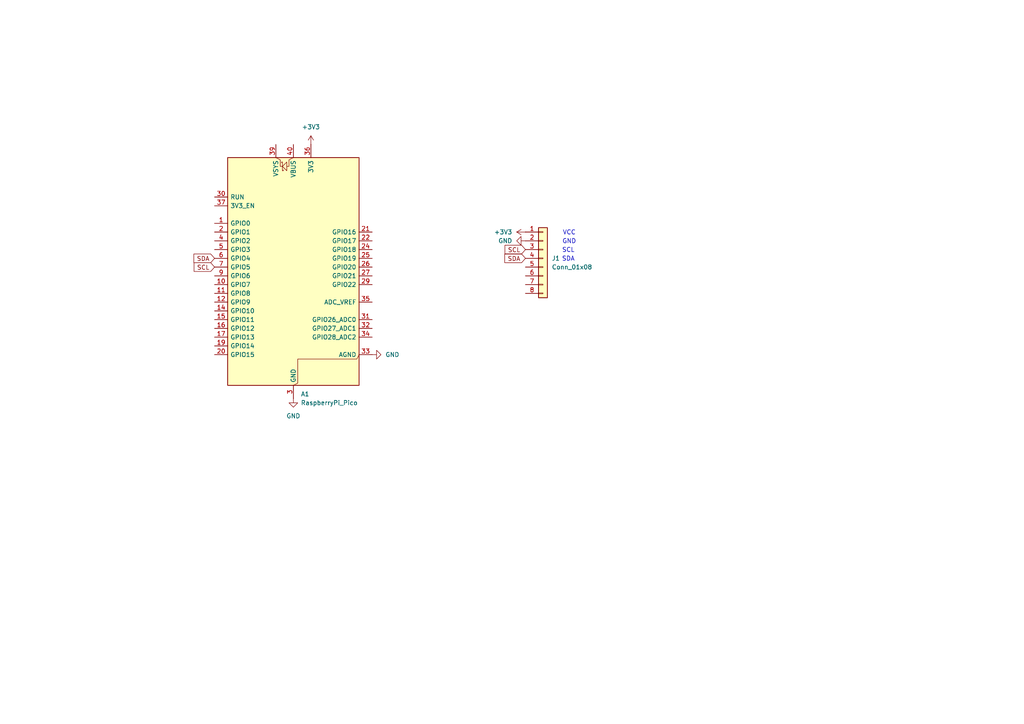
<source format=kicad_sch>
(kicad_sch
	(version 20250114)
	(generator "eeschema")
	(generator_version "9.0")
	(uuid "666eeeba-67af-4ddf-8598-4aa4baca810b")
	(paper "A4")
	(lib_symbols
		(symbol "Connector_Generic:Conn_01x08"
			(pin_names
				(offset 1.016)
				(hide yes)
			)
			(exclude_from_sim no)
			(in_bom yes)
			(on_board yes)
			(property "Reference" "J"
				(at 0 10.16 0)
				(effects
					(font
						(size 1.27 1.27)
					)
				)
			)
			(property "Value" "Conn_01x08"
				(at 0 -12.7 0)
				(effects
					(font
						(size 1.27 1.27)
					)
				)
			)
			(property "Footprint" ""
				(at 0 0 0)
				(effects
					(font
						(size 1.27 1.27)
					)
					(hide yes)
				)
			)
			(property "Datasheet" "~"
				(at 0 0 0)
				(effects
					(font
						(size 1.27 1.27)
					)
					(hide yes)
				)
			)
			(property "Description" "Generic connector, single row, 01x08, script generated (kicad-library-utils/schlib/autogen/connector/)"
				(at 0 0 0)
				(effects
					(font
						(size 1.27 1.27)
					)
					(hide yes)
				)
			)
			(property "ki_keywords" "connector"
				(at 0 0 0)
				(effects
					(font
						(size 1.27 1.27)
					)
					(hide yes)
				)
			)
			(property "ki_fp_filters" "Connector*:*_1x??_*"
				(at 0 0 0)
				(effects
					(font
						(size 1.27 1.27)
					)
					(hide yes)
				)
			)
			(symbol "Conn_01x08_1_1"
				(rectangle
					(start -1.27 8.89)
					(end 1.27 -11.43)
					(stroke
						(width 0.254)
						(type default)
					)
					(fill
						(type background)
					)
				)
				(rectangle
					(start -1.27 7.747)
					(end 0 7.493)
					(stroke
						(width 0.1524)
						(type default)
					)
					(fill
						(type none)
					)
				)
				(rectangle
					(start -1.27 5.207)
					(end 0 4.953)
					(stroke
						(width 0.1524)
						(type default)
					)
					(fill
						(type none)
					)
				)
				(rectangle
					(start -1.27 2.667)
					(end 0 2.413)
					(stroke
						(width 0.1524)
						(type default)
					)
					(fill
						(type none)
					)
				)
				(rectangle
					(start -1.27 0.127)
					(end 0 -0.127)
					(stroke
						(width 0.1524)
						(type default)
					)
					(fill
						(type none)
					)
				)
				(rectangle
					(start -1.27 -2.413)
					(end 0 -2.667)
					(stroke
						(width 0.1524)
						(type default)
					)
					(fill
						(type none)
					)
				)
				(rectangle
					(start -1.27 -4.953)
					(end 0 -5.207)
					(stroke
						(width 0.1524)
						(type default)
					)
					(fill
						(type none)
					)
				)
				(rectangle
					(start -1.27 -7.493)
					(end 0 -7.747)
					(stroke
						(width 0.1524)
						(type default)
					)
					(fill
						(type none)
					)
				)
				(rectangle
					(start -1.27 -10.033)
					(end 0 -10.287)
					(stroke
						(width 0.1524)
						(type default)
					)
					(fill
						(type none)
					)
				)
				(pin passive line
					(at -5.08 7.62 0)
					(length 3.81)
					(name "Pin_1"
						(effects
							(font
								(size 1.27 1.27)
							)
						)
					)
					(number "1"
						(effects
							(font
								(size 1.27 1.27)
							)
						)
					)
				)
				(pin passive line
					(at -5.08 5.08 0)
					(length 3.81)
					(name "Pin_2"
						(effects
							(font
								(size 1.27 1.27)
							)
						)
					)
					(number "2"
						(effects
							(font
								(size 1.27 1.27)
							)
						)
					)
				)
				(pin passive line
					(at -5.08 2.54 0)
					(length 3.81)
					(name "Pin_3"
						(effects
							(font
								(size 1.27 1.27)
							)
						)
					)
					(number "3"
						(effects
							(font
								(size 1.27 1.27)
							)
						)
					)
				)
				(pin passive line
					(at -5.08 0 0)
					(length 3.81)
					(name "Pin_4"
						(effects
							(font
								(size 1.27 1.27)
							)
						)
					)
					(number "4"
						(effects
							(font
								(size 1.27 1.27)
							)
						)
					)
				)
				(pin passive line
					(at -5.08 -2.54 0)
					(length 3.81)
					(name "Pin_5"
						(effects
							(font
								(size 1.27 1.27)
							)
						)
					)
					(number "5"
						(effects
							(font
								(size 1.27 1.27)
							)
						)
					)
				)
				(pin passive line
					(at -5.08 -5.08 0)
					(length 3.81)
					(name "Pin_6"
						(effects
							(font
								(size 1.27 1.27)
							)
						)
					)
					(number "6"
						(effects
							(font
								(size 1.27 1.27)
							)
						)
					)
				)
				(pin passive line
					(at -5.08 -7.62 0)
					(length 3.81)
					(name "Pin_7"
						(effects
							(font
								(size 1.27 1.27)
							)
						)
					)
					(number "7"
						(effects
							(font
								(size 1.27 1.27)
							)
						)
					)
				)
				(pin passive line
					(at -5.08 -10.16 0)
					(length 3.81)
					(name "Pin_8"
						(effects
							(font
								(size 1.27 1.27)
							)
						)
					)
					(number "8"
						(effects
							(font
								(size 1.27 1.27)
							)
						)
					)
				)
			)
			(embedded_fonts no)
		)
		(symbol "MCU_Module:RaspberryPi_Pico"
			(pin_names
				(offset 0.762)
			)
			(exclude_from_sim no)
			(in_bom yes)
			(on_board yes)
			(property "Reference" "A"
				(at -19.05 35.56 0)
				(effects
					(font
						(size 1.27 1.27)
					)
					(justify left)
				)
			)
			(property "Value" "RaspberryPi_Pico"
				(at 7.62 35.56 0)
				(effects
					(font
						(size 1.27 1.27)
					)
					(justify left)
				)
			)
			(property "Footprint" "Module:RaspberryPi_Pico_Common_Unspecified"
				(at 0 -46.99 0)
				(effects
					(font
						(size 1.27 1.27)
					)
					(hide yes)
				)
			)
			(property "Datasheet" "https://datasheets.raspberrypi.com/pico/pico-datasheet.pdf"
				(at 0 -49.53 0)
				(effects
					(font
						(size 1.27 1.27)
					)
					(hide yes)
				)
			)
			(property "Description" "Versatile and inexpensive microcontroller module powered by RP2040 dual-core Arm Cortex-M0+ processor up to 133 MHz, 264kB SRAM, 2MB QSPI flash; also supports Raspberry Pi Pico 2"
				(at 0 -52.07 0)
				(effects
					(font
						(size 1.27 1.27)
					)
					(hide yes)
				)
			)
			(property "ki_keywords" "RP2350A M33 RISC-V Hazard3 usb"
				(at 0 0 0)
				(effects
					(font
						(size 1.27 1.27)
					)
					(hide yes)
				)
			)
			(property "ki_fp_filters" "RaspberryPi?Pico?Common* RaspberryPi?Pico?SMD*"
				(at 0 0 0)
				(effects
					(font
						(size 1.27 1.27)
					)
					(hide yes)
				)
			)
			(symbol "RaspberryPi_Pico_0_1"
				(rectangle
					(start -19.05 34.29)
					(end 19.05 -31.75)
					(stroke
						(width 0.254)
						(type default)
					)
					(fill
						(type background)
					)
				)
				(polyline
					(pts
						(xy -5.08 34.29) (xy -3.81 33.655) (xy -3.81 31.75) (xy -3.175 31.75)
					)
					(stroke
						(width 0)
						(type default)
					)
					(fill
						(type none)
					)
				)
				(polyline
					(pts
						(xy -3.429 32.766) (xy -3.429 33.02) (xy -3.175 33.02) (xy -3.175 30.48) (xy -2.921 30.48) (xy -2.921 30.734)
					)
					(stroke
						(width 0)
						(type default)
					)
					(fill
						(type none)
					)
				)
				(polyline
					(pts
						(xy -3.175 31.75) (xy -1.905 33.02) (xy -1.905 30.48) (xy -3.175 31.75)
					)
					(stroke
						(width 0)
						(type default)
					)
					(fill
						(type none)
					)
				)
				(polyline
					(pts
						(xy 0 34.29) (xy -1.27 33.655) (xy -1.27 31.75) (xy -1.905 31.75)
					)
					(stroke
						(width 0)
						(type default)
					)
					(fill
						(type none)
					)
				)
				(polyline
					(pts
						(xy 0 -31.75) (xy 1.27 -31.115) (xy 1.27 -24.13) (xy 18.415 -24.13) (xy 19.05 -22.86)
					)
					(stroke
						(width 0)
						(type default)
					)
					(fill
						(type none)
					)
				)
			)
			(symbol "RaspberryPi_Pico_1_1"
				(pin passive line
					(at -22.86 22.86 0)
					(length 3.81)
					(name "RUN"
						(effects
							(font
								(size 1.27 1.27)
							)
						)
					)
					(number "30"
						(effects
							(font
								(size 1.27 1.27)
							)
						)
					)
					(alternate "~{RESET}" passive line)
				)
				(pin passive line
					(at -22.86 20.32 0)
					(length 3.81)
					(name "3V3_EN"
						(effects
							(font
								(size 1.27 1.27)
							)
						)
					)
					(number "37"
						(effects
							(font
								(size 1.27 1.27)
							)
						)
					)
					(alternate "~{3V3_DISABLE}" passive line)
				)
				(pin bidirectional line
					(at -22.86 15.24 0)
					(length 3.81)
					(name "GPIO0"
						(effects
							(font
								(size 1.27 1.27)
							)
						)
					)
					(number "1"
						(effects
							(font
								(size 1.27 1.27)
							)
						)
					)
					(alternate "I2C0_SDA" bidirectional line)
					(alternate "PWM0_A" output line)
					(alternate "SPI0_RX" input line)
					(alternate "UART0_TX" output line)
					(alternate "USB_OVCUR_DET" input line)
				)
				(pin bidirectional line
					(at -22.86 12.7 0)
					(length 3.81)
					(name "GPIO1"
						(effects
							(font
								(size 1.27 1.27)
							)
						)
					)
					(number "2"
						(effects
							(font
								(size 1.27 1.27)
							)
						)
					)
					(alternate "I2C0_SCL" bidirectional clock)
					(alternate "PWM0_B" bidirectional line)
					(alternate "UART0_RX" input line)
					(alternate "USB_VBUS_DET" passive line)
					(alternate "~{SPI0_CSn}" bidirectional line)
				)
				(pin bidirectional line
					(at -22.86 10.16 0)
					(length 3.81)
					(name "GPIO2"
						(effects
							(font
								(size 1.27 1.27)
							)
						)
					)
					(number "4"
						(effects
							(font
								(size 1.27 1.27)
							)
						)
					)
					(alternate "I2C1_SDA" bidirectional line)
					(alternate "PWM1_A" output line)
					(alternate "SPI0_SCK" bidirectional clock)
					(alternate "UART0_CTS" input line)
					(alternate "USB_VBUS_EN" output line)
				)
				(pin bidirectional line
					(at -22.86 7.62 0)
					(length 3.81)
					(name "GPIO3"
						(effects
							(font
								(size 1.27 1.27)
							)
						)
					)
					(number "5"
						(effects
							(font
								(size 1.27 1.27)
							)
						)
					)
					(alternate "I2C1_SCL" bidirectional clock)
					(alternate "PWM1_B" bidirectional line)
					(alternate "SPI0_TX" output line)
					(alternate "UART0_RTS" output line)
					(alternate "USB_OVCUR_DET" input line)
				)
				(pin bidirectional line
					(at -22.86 5.08 0)
					(length 3.81)
					(name "GPIO4"
						(effects
							(font
								(size 1.27 1.27)
							)
						)
					)
					(number "6"
						(effects
							(font
								(size 1.27 1.27)
							)
						)
					)
					(alternate "I2C0_SDA" bidirectional line)
					(alternate "PWM2_A" output line)
					(alternate "SPI0_RX" input line)
					(alternate "UART1_TX" output line)
					(alternate "USB_VBUS_DET" input line)
				)
				(pin bidirectional line
					(at -22.86 2.54 0)
					(length 3.81)
					(name "GPIO5"
						(effects
							(font
								(size 1.27 1.27)
							)
						)
					)
					(number "7"
						(effects
							(font
								(size 1.27 1.27)
							)
						)
					)
					(alternate "I2C0_SCL" bidirectional clock)
					(alternate "PWM2_B" bidirectional line)
					(alternate "UART1_RX" input line)
					(alternate "USB_VBUS_EN" output line)
					(alternate "~{SPI0_CSn}" bidirectional line)
				)
				(pin bidirectional line
					(at -22.86 0 0)
					(length 3.81)
					(name "GPIO6"
						(effects
							(font
								(size 1.27 1.27)
							)
						)
					)
					(number "9"
						(effects
							(font
								(size 1.27 1.27)
							)
						)
					)
					(alternate "I2C1_SDA" bidirectional line)
					(alternate "PWM3_A" output line)
					(alternate "SPI0_SCK" bidirectional clock)
					(alternate "UART1_CTS" input line)
					(alternate "USB_OVCUR_DET" input line)
				)
				(pin bidirectional line
					(at -22.86 -2.54 0)
					(length 3.81)
					(name "GPIO7"
						(effects
							(font
								(size 1.27 1.27)
							)
						)
					)
					(number "10"
						(effects
							(font
								(size 1.27 1.27)
							)
						)
					)
					(alternate "I2C1_SCL" bidirectional clock)
					(alternate "PWM3_B" bidirectional line)
					(alternate "SPI0_TX" output line)
					(alternate "UART1_RTS" output line)
					(alternate "USB_VBUS_DET" input line)
				)
				(pin bidirectional line
					(at -22.86 -5.08 0)
					(length 3.81)
					(name "GPIO8"
						(effects
							(font
								(size 1.27 1.27)
							)
						)
					)
					(number "11"
						(effects
							(font
								(size 1.27 1.27)
							)
						)
					)
					(alternate "I2C0_SDA" bidirectional line)
					(alternate "PWM4_A" output line)
					(alternate "SPI1_RX" input line)
					(alternate "UART1_TX" output line)
					(alternate "USB_VBUS_EN" output line)
				)
				(pin bidirectional line
					(at -22.86 -7.62 0)
					(length 3.81)
					(name "GPIO9"
						(effects
							(font
								(size 1.27 1.27)
							)
						)
					)
					(number "12"
						(effects
							(font
								(size 1.27 1.27)
							)
						)
					)
					(alternate "I2C0_SCL" bidirectional clock)
					(alternate "PWM4_B" bidirectional line)
					(alternate "UART1_RX" input line)
					(alternate "USB_OVCUR_DET" input line)
					(alternate "~{SPI1_CSn}" bidirectional line)
				)
				(pin bidirectional line
					(at -22.86 -10.16 0)
					(length 3.81)
					(name "GPIO10"
						(effects
							(font
								(size 1.27 1.27)
							)
						)
					)
					(number "14"
						(effects
							(font
								(size 1.27 1.27)
							)
						)
					)
					(alternate "I2C1_SDA" bidirectional line)
					(alternate "PWM5_A" output line)
					(alternate "SPI1_SCK" bidirectional clock)
					(alternate "UART1_CTS" input line)
					(alternate "USB_VBUS_DET" input line)
				)
				(pin bidirectional line
					(at -22.86 -12.7 0)
					(length 3.81)
					(name "GPIO11"
						(effects
							(font
								(size 1.27 1.27)
							)
						)
					)
					(number "15"
						(effects
							(font
								(size 1.27 1.27)
							)
						)
					)
					(alternate "I2C1_SCL" bidirectional clock)
					(alternate "PWM5_B" bidirectional line)
					(alternate "SPI1_TX" output line)
					(alternate "UART1_RTS" output line)
					(alternate "USB_VBUS_EN" output line)
				)
				(pin bidirectional line
					(at -22.86 -15.24 0)
					(length 3.81)
					(name "GPIO12"
						(effects
							(font
								(size 1.27 1.27)
							)
						)
					)
					(number "16"
						(effects
							(font
								(size 1.27 1.27)
							)
						)
					)
					(alternate "I2C0_SDA" bidirectional line)
					(alternate "PWM6_A" output line)
					(alternate "SPI1_RX" input line)
					(alternate "UART0_TX" output line)
					(alternate "USB_OVCUR_DET" input line)
				)
				(pin bidirectional line
					(at -22.86 -17.78 0)
					(length 3.81)
					(name "GPIO13"
						(effects
							(font
								(size 1.27 1.27)
							)
						)
					)
					(number "17"
						(effects
							(font
								(size 1.27 1.27)
							)
						)
					)
					(alternate "I2C0_SCL" bidirectional clock)
					(alternate "PWM6_B" bidirectional line)
					(alternate "UART0_RX" input line)
					(alternate "USB_VBUS_DET" input line)
					(alternate "~{SPI1_CSn}" bidirectional line)
				)
				(pin bidirectional line
					(at -22.86 -20.32 0)
					(length 3.81)
					(name "GPIO14"
						(effects
							(font
								(size 1.27 1.27)
							)
						)
					)
					(number "19"
						(effects
							(font
								(size 1.27 1.27)
							)
						)
					)
					(alternate "I2C1_SDA" bidirectional line)
					(alternate "PWM7_A" output line)
					(alternate "SPI1_SCK" bidirectional clock)
					(alternate "UART0_CTS" input line)
					(alternate "USB_VBUS_EN" output line)
				)
				(pin bidirectional line
					(at -22.86 -22.86 0)
					(length 3.81)
					(name "GPIO15"
						(effects
							(font
								(size 1.27 1.27)
							)
						)
					)
					(number "20"
						(effects
							(font
								(size 1.27 1.27)
							)
						)
					)
					(alternate "I2C1_SCL" bidirectional clock)
					(alternate "PWM7_B" bidirectional line)
					(alternate "SPI1_TX" output line)
					(alternate "UART0_RTS" output line)
					(alternate "USB_OVCUR_DET" input line)
				)
				(pin power_in line
					(at -5.08 38.1 270)
					(length 3.81)
					(name "VSYS"
						(effects
							(font
								(size 1.27 1.27)
							)
						)
					)
					(number "39"
						(effects
							(font
								(size 1.27 1.27)
							)
						)
					)
					(alternate "VSYS_OUT" power_out line)
				)
				(pin power_out line
					(at 0 38.1 270)
					(length 3.81)
					(name "VBUS"
						(effects
							(font
								(size 1.27 1.27)
							)
						)
					)
					(number "40"
						(effects
							(font
								(size 1.27 1.27)
							)
						)
					)
					(alternate "VBUS_IN" power_in line)
				)
				(pin passive line
					(at 0 -35.56 90)
					(length 3.81)
					(hide yes)
					(name "GND"
						(effects
							(font
								(size 1.27 1.27)
							)
						)
					)
					(number "13"
						(effects
							(font
								(size 1.27 1.27)
							)
						)
					)
				)
				(pin passive line
					(at 0 -35.56 90)
					(length 3.81)
					(hide yes)
					(name "GND"
						(effects
							(font
								(size 1.27 1.27)
							)
						)
					)
					(number "18"
						(effects
							(font
								(size 1.27 1.27)
							)
						)
					)
				)
				(pin passive line
					(at 0 -35.56 90)
					(length 3.81)
					(hide yes)
					(name "GND"
						(effects
							(font
								(size 1.27 1.27)
							)
						)
					)
					(number "23"
						(effects
							(font
								(size 1.27 1.27)
							)
						)
					)
				)
				(pin passive line
					(at 0 -35.56 90)
					(length 3.81)
					(hide yes)
					(name "GND"
						(effects
							(font
								(size 1.27 1.27)
							)
						)
					)
					(number "28"
						(effects
							(font
								(size 1.27 1.27)
							)
						)
					)
				)
				(pin power_out line
					(at 0 -35.56 90)
					(length 3.81)
					(name "GND"
						(effects
							(font
								(size 1.27 1.27)
							)
						)
					)
					(number "3"
						(effects
							(font
								(size 1.27 1.27)
							)
						)
					)
					(alternate "GND_IN" power_in line)
				)
				(pin passive line
					(at 0 -35.56 90)
					(length 3.81)
					(hide yes)
					(name "GND"
						(effects
							(font
								(size 1.27 1.27)
							)
						)
					)
					(number "38"
						(effects
							(font
								(size 1.27 1.27)
							)
						)
					)
				)
				(pin passive line
					(at 0 -35.56 90)
					(length 3.81)
					(hide yes)
					(name "GND"
						(effects
							(font
								(size 1.27 1.27)
							)
						)
					)
					(number "8"
						(effects
							(font
								(size 1.27 1.27)
							)
						)
					)
				)
				(pin power_out line
					(at 5.08 38.1 270)
					(length 3.81)
					(name "3V3"
						(effects
							(font
								(size 1.27 1.27)
							)
						)
					)
					(number "36"
						(effects
							(font
								(size 1.27 1.27)
							)
						)
					)
				)
				(pin bidirectional line
					(at 22.86 12.7 180)
					(length 3.81)
					(name "GPIO16"
						(effects
							(font
								(size 1.27 1.27)
							)
						)
					)
					(number "21"
						(effects
							(font
								(size 1.27 1.27)
							)
						)
					)
					(alternate "I2C0_SDA" bidirectional line)
					(alternate "PWM0_A" output line)
					(alternate "SPI0_RX" input line)
					(alternate "UART0_TX" output line)
					(alternate "USB_VBUS_DET" input line)
				)
				(pin bidirectional line
					(at 22.86 10.16 180)
					(length 3.81)
					(name "GPIO17"
						(effects
							(font
								(size 1.27 1.27)
							)
						)
					)
					(number "22"
						(effects
							(font
								(size 1.27 1.27)
							)
						)
					)
					(alternate "I2C0_SCL" bidirectional clock)
					(alternate "PWM0_B" bidirectional line)
					(alternate "UART0_RX" input line)
					(alternate "USB_VBUS_EN" output line)
					(alternate "~{SPI0_CSn}" bidirectional line)
				)
				(pin bidirectional line
					(at 22.86 7.62 180)
					(length 3.81)
					(name "GPIO18"
						(effects
							(font
								(size 1.27 1.27)
							)
						)
					)
					(number "24"
						(effects
							(font
								(size 1.27 1.27)
							)
						)
					)
					(alternate "I2C1_SDA" bidirectional line)
					(alternate "PWM1_A" output line)
					(alternate "SPI0_SCK" bidirectional clock)
					(alternate "UART0_CTS" input line)
					(alternate "USB_OVCUR_DET" input line)
				)
				(pin bidirectional line
					(at 22.86 5.08 180)
					(length 3.81)
					(name "GPIO19"
						(effects
							(font
								(size 1.27 1.27)
							)
						)
					)
					(number "25"
						(effects
							(font
								(size 1.27 1.27)
							)
						)
					)
					(alternate "I2C1_SCL" bidirectional clock)
					(alternate "PWM1_B" bidirectional line)
					(alternate "SPI0_TX" output line)
					(alternate "UART0_RTS" output line)
					(alternate "USB_VBUS_DET" input line)
				)
				(pin bidirectional line
					(at 22.86 2.54 180)
					(length 3.81)
					(name "GPIO20"
						(effects
							(font
								(size 1.27 1.27)
							)
						)
					)
					(number "26"
						(effects
							(font
								(size 1.27 1.27)
							)
						)
					)
					(alternate "CLOCK_GPIN0" input clock)
					(alternate "I2C0_SDA" bidirectional line)
					(alternate "PWM2_A" output line)
					(alternate "SPI0_RX" input line)
					(alternate "UART1_TX" output line)
					(alternate "USB_VBUS_EN" output line)
				)
				(pin bidirectional line
					(at 22.86 0 180)
					(length 3.81)
					(name "GPIO21"
						(effects
							(font
								(size 1.27 1.27)
							)
						)
					)
					(number "27"
						(effects
							(font
								(size 1.27 1.27)
							)
						)
					)
					(alternate "CLOCK_GPOUT0" output clock)
					(alternate "I2C0_SCL" bidirectional clock)
					(alternate "PWM2_B" bidirectional line)
					(alternate "UART1_RX" input line)
					(alternate "USB_OVCUR_DET" input line)
					(alternate "~{SPI0_CSn}" bidirectional line)
				)
				(pin bidirectional line
					(at 22.86 -2.54 180)
					(length 3.81)
					(name "GPIO22"
						(effects
							(font
								(size 1.27 1.27)
							)
						)
					)
					(number "29"
						(effects
							(font
								(size 1.27 1.27)
							)
						)
					)
					(alternate "CLOCK_GPIN1" input clock)
					(alternate "I2C1_SDA" bidirectional line)
					(alternate "PWM3_A" output line)
					(alternate "SPI0_SCK" bidirectional clock)
					(alternate "UART1_CTS" input line)
					(alternate "USB_VBUS_DET" input line)
				)
				(pin power_in line
					(at 22.86 -7.62 180)
					(length 3.81)
					(name "ADC_VREF"
						(effects
							(font
								(size 1.27 1.27)
							)
						)
					)
					(number "35"
						(effects
							(font
								(size 1.27 1.27)
							)
						)
					)
				)
				(pin bidirectional line
					(at 22.86 -12.7 180)
					(length 3.81)
					(name "GPIO26_ADC0"
						(effects
							(font
								(size 1.27 1.27)
							)
						)
					)
					(number "31"
						(effects
							(font
								(size 1.27 1.27)
							)
						)
					)
					(alternate "ADC0" input line)
					(alternate "GPIO26" bidirectional line)
					(alternate "I2C1_SDA" bidirectional line)
					(alternate "PWM5_A" output line)
					(alternate "SPI1_SCK" bidirectional clock)
					(alternate "UART1_CTS" input line)
					(alternate "USB_VBUS_EN" output line)
				)
				(pin bidirectional line
					(at 22.86 -15.24 180)
					(length 3.81)
					(name "GPIO27_ADC1"
						(effects
							(font
								(size 1.27 1.27)
							)
						)
					)
					(number "32"
						(effects
							(font
								(size 1.27 1.27)
							)
						)
					)
					(alternate "ADC1" input line)
					(alternate "GPIO27" bidirectional line)
					(alternate "I2C1_SCL" bidirectional clock)
					(alternate "PWM5_B" bidirectional line)
					(alternate "SPI1_TX" output line)
					(alternate "UART1_RTS" output line)
					(alternate "USB_OVCUR_DET" input line)
				)
				(pin bidirectional line
					(at 22.86 -17.78 180)
					(length 3.81)
					(name "GPIO28_ADC2"
						(effects
							(font
								(size 1.27 1.27)
							)
						)
					)
					(number "34"
						(effects
							(font
								(size 1.27 1.27)
							)
						)
					)
					(alternate "ADC2" input line)
					(alternate "GPIO28" bidirectional line)
					(alternate "I2C0_SDA" bidirectional line)
					(alternate "PWM6_A" output line)
					(alternate "SPI1_RX" input line)
					(alternate "UART0_TX" output line)
					(alternate "USB_VBUS_DET" input line)
				)
				(pin power_out line
					(at 22.86 -22.86 180)
					(length 3.81)
					(name "AGND"
						(effects
							(font
								(size 1.27 1.27)
							)
						)
					)
					(number "33"
						(effects
							(font
								(size 1.27 1.27)
							)
						)
					)
					(alternate "GND" passive line)
				)
			)
			(embedded_fonts no)
		)
		(symbol "power:+3V3"
			(power)
			(pin_numbers
				(hide yes)
			)
			(pin_names
				(offset 0)
				(hide yes)
			)
			(exclude_from_sim no)
			(in_bom yes)
			(on_board yes)
			(property "Reference" "#PWR"
				(at 0 -3.81 0)
				(effects
					(font
						(size 1.27 1.27)
					)
					(hide yes)
				)
			)
			(property "Value" "+3V3"
				(at 0 3.556 0)
				(effects
					(font
						(size 1.27 1.27)
					)
				)
			)
			(property "Footprint" ""
				(at 0 0 0)
				(effects
					(font
						(size 1.27 1.27)
					)
					(hide yes)
				)
			)
			(property "Datasheet" ""
				(at 0 0 0)
				(effects
					(font
						(size 1.27 1.27)
					)
					(hide yes)
				)
			)
			(property "Description" "Power symbol creates a global label with name \"+3V3\""
				(at 0 0 0)
				(effects
					(font
						(size 1.27 1.27)
					)
					(hide yes)
				)
			)
			(property "ki_keywords" "global power"
				(at 0 0 0)
				(effects
					(font
						(size 1.27 1.27)
					)
					(hide yes)
				)
			)
			(symbol "+3V3_0_1"
				(polyline
					(pts
						(xy -0.762 1.27) (xy 0 2.54)
					)
					(stroke
						(width 0)
						(type default)
					)
					(fill
						(type none)
					)
				)
				(polyline
					(pts
						(xy 0 2.54) (xy 0.762 1.27)
					)
					(stroke
						(width 0)
						(type default)
					)
					(fill
						(type none)
					)
				)
				(polyline
					(pts
						(xy 0 0) (xy 0 2.54)
					)
					(stroke
						(width 0)
						(type default)
					)
					(fill
						(type none)
					)
				)
			)
			(symbol "+3V3_1_1"
				(pin power_in line
					(at 0 0 90)
					(length 0)
					(name "~"
						(effects
							(font
								(size 1.27 1.27)
							)
						)
					)
					(number "1"
						(effects
							(font
								(size 1.27 1.27)
							)
						)
					)
				)
			)
			(embedded_fonts no)
		)
		(symbol "power:GND"
			(power)
			(pin_numbers
				(hide yes)
			)
			(pin_names
				(offset 0)
				(hide yes)
			)
			(exclude_from_sim no)
			(in_bom yes)
			(on_board yes)
			(property "Reference" "#PWR"
				(at 0 -6.35 0)
				(effects
					(font
						(size 1.27 1.27)
					)
					(hide yes)
				)
			)
			(property "Value" "GND"
				(at 0 -3.81 0)
				(effects
					(font
						(size 1.27 1.27)
					)
				)
			)
			(property "Footprint" ""
				(at 0 0 0)
				(effects
					(font
						(size 1.27 1.27)
					)
					(hide yes)
				)
			)
			(property "Datasheet" ""
				(at 0 0 0)
				(effects
					(font
						(size 1.27 1.27)
					)
					(hide yes)
				)
			)
			(property "Description" "Power symbol creates a global label with name \"GND\" , ground"
				(at 0 0 0)
				(effects
					(font
						(size 1.27 1.27)
					)
					(hide yes)
				)
			)
			(property "ki_keywords" "global power"
				(at 0 0 0)
				(effects
					(font
						(size 1.27 1.27)
					)
					(hide yes)
				)
			)
			(symbol "GND_0_1"
				(polyline
					(pts
						(xy 0 0) (xy 0 -1.27) (xy 1.27 -1.27) (xy 0 -2.54) (xy -1.27 -1.27) (xy 0 -1.27)
					)
					(stroke
						(width 0)
						(type default)
					)
					(fill
						(type none)
					)
				)
			)
			(symbol "GND_1_1"
				(pin power_in line
					(at 0 0 270)
					(length 0)
					(name "~"
						(effects
							(font
								(size 1.27 1.27)
							)
						)
					)
					(number "1"
						(effects
							(font
								(size 1.27 1.27)
							)
						)
					)
				)
			)
			(embedded_fonts no)
		)
	)
	(text "SDA"
		(exclude_from_sim no)
		(at 164.846 75.184 0)
		(effects
			(font
				(size 1.27 1.27)
			)
		)
		(uuid "08a1e2c5-ef3f-439d-a7aa-b52f3e602ef1")
	)
	(text "VCC"
		(exclude_from_sim no)
		(at 165.1 67.564 0)
		(effects
			(font
				(size 1.27 1.27)
			)
		)
		(uuid "5e5731c2-62fa-4549-8d2a-aa5fb7549d7a")
	)
	(text "GND"
		(exclude_from_sim no)
		(at 165.1 70.104 0)
		(effects
			(font
				(size 1.27 1.27)
			)
		)
		(uuid "bc097656-ea63-40af-bdb2-fe3ab18f8036")
	)
	(text "SCL"
		(exclude_from_sim no)
		(at 164.846 72.644 0)
		(effects
			(font
				(size 1.27 1.27)
			)
		)
		(uuid "df9ba8ac-1b82-43c9-8085-9e1ff6940922")
	)
	(global_label "SDA"
		(shape input)
		(at 62.23 74.93 180)
		(fields_autoplaced yes)
		(effects
			(font
				(size 1.27 1.27)
			)
			(justify right)
		)
		(uuid "38287c26-9d96-40aa-9e13-135460432867")
		(property "Intersheetrefs" "${INTERSHEET_REFS}"
			(at 55.6767 74.93 0)
			(effects
				(font
					(size 1.27 1.27)
				)
				(justify right)
				(hide yes)
			)
		)
	)
	(global_label "SCL"
		(shape input)
		(at 152.4 72.39 180)
		(fields_autoplaced yes)
		(effects
			(font
				(size 1.27 1.27)
			)
			(justify right)
		)
		(uuid "d0438abf-27b9-4746-8b5a-33ae67193f3b")
		(property "Intersheetrefs" "${INTERSHEET_REFS}"
			(at 145.9072 72.39 0)
			(effects
				(font
					(size 1.27 1.27)
				)
				(justify right)
				(hide yes)
			)
		)
	)
	(global_label "SDA"
		(shape input)
		(at 152.4 74.93 180)
		(fields_autoplaced yes)
		(effects
			(font
				(size 1.27 1.27)
			)
			(justify right)
		)
		(uuid "e8b8df3e-aba6-44f3-b377-352322e246d0")
		(property "Intersheetrefs" "${INTERSHEET_REFS}"
			(at 145.8467 74.93 0)
			(effects
				(font
					(size 1.27 1.27)
				)
				(justify right)
				(hide yes)
			)
		)
	)
	(global_label "SCL"
		(shape input)
		(at 62.23 77.47 180)
		(fields_autoplaced yes)
		(effects
			(font
				(size 1.27 1.27)
			)
			(justify right)
		)
		(uuid "f24a2322-4850-44eb-9ee1-56e8fff460a8")
		(property "Intersheetrefs" "${INTERSHEET_REFS}"
			(at 55.7372 77.47 0)
			(effects
				(font
					(size 1.27 1.27)
				)
				(justify right)
				(hide yes)
			)
		)
	)
	(symbol
		(lib_id "power:GND")
		(at 152.4 69.85 270)
		(unit 1)
		(exclude_from_sim no)
		(in_bom yes)
		(on_board yes)
		(dnp no)
		(fields_autoplaced yes)
		(uuid "253cb093-1f4d-44a9-b1aa-b9c222ef43bb")
		(property "Reference" "#PWR05"
			(at 146.05 69.85 0)
			(effects
				(font
					(size 1.27 1.27)
				)
				(hide yes)
			)
		)
		(property "Value" "GND"
			(at 148.59 69.8499 90)
			(effects
				(font
					(size 1.27 1.27)
				)
				(justify right)
			)
		)
		(property "Footprint" ""
			(at 152.4 69.85 0)
			(effects
				(font
					(size 1.27 1.27)
				)
				(hide yes)
			)
		)
		(property "Datasheet" ""
			(at 152.4 69.85 0)
			(effects
				(font
					(size 1.27 1.27)
				)
				(hide yes)
			)
		)
		(property "Description" "Power symbol creates a global label with name \"GND\" , ground"
			(at 152.4 69.85 0)
			(effects
				(font
					(size 1.27 1.27)
				)
				(hide yes)
			)
		)
		(pin "1"
			(uuid "4252208b-06a6-4ea3-bd48-92b5ff2e003f")
		)
		(instances
			(project ""
				(path "/666eeeba-67af-4ddf-8598-4aa4baca810b"
					(reference "#PWR05")
					(unit 1)
				)
			)
		)
	)
	(symbol
		(lib_id "MCU_Module:RaspberryPi_Pico")
		(at 85.09 80.01 0)
		(unit 1)
		(exclude_from_sim no)
		(in_bom yes)
		(on_board yes)
		(dnp no)
		(fields_autoplaced yes)
		(uuid "33381b75-99e7-4865-bdbc-95de1b7adcef")
		(property "Reference" "A1"
			(at 87.2333 114.3 0)
			(effects
				(font
					(size 1.27 1.27)
				)
				(justify left)
			)
		)
		(property "Value" "RaspberryPi_Pico"
			(at 87.2333 116.84 0)
			(effects
				(font
					(size 1.27 1.27)
				)
				(justify left)
			)
		)
		(property "Footprint" "Module:RaspberryPi_Pico_Common_Unspecified"
			(at 85.09 127 0)
			(effects
				(font
					(size 1.27 1.27)
				)
				(hide yes)
			)
		)
		(property "Datasheet" "https://datasheets.raspberrypi.com/pico/pico-datasheet.pdf"
			(at 85.09 129.54 0)
			(effects
				(font
					(size 1.27 1.27)
				)
				(hide yes)
			)
		)
		(property "Description" "Versatile and inexpensive microcontroller module powered by RP2040 dual-core Arm Cortex-M0+ processor up to 133 MHz, 264kB SRAM, 2MB QSPI flash; also supports Raspberry Pi Pico 2"
			(at 85.09 132.08 0)
			(effects
				(font
					(size 1.27 1.27)
				)
				(hide yes)
			)
		)
		(pin "14"
			(uuid "3dacc749-48a7-4a7d-83c8-c15a98ac3a24")
		)
		(pin "16"
			(uuid "2759a185-1d07-4e15-983c-22b618247ef3")
		)
		(pin "11"
			(uuid "33fd30ee-f7a0-45fe-b867-cd0e4c6ebbbc")
		)
		(pin "30"
			(uuid "5f410111-6ba0-44c4-8226-712d8f15d658")
		)
		(pin "4"
			(uuid "7eabbad8-6049-49bb-aa14-443073170919")
		)
		(pin "5"
			(uuid "bf0cda8d-8f21-432f-8800-288adff57494")
		)
		(pin "6"
			(uuid "a3bf16be-cc42-4b36-82ef-4f754b703d63")
		)
		(pin "12"
			(uuid "53ff50a5-fb20-4fd0-aba1-353a5d18449f")
		)
		(pin "9"
			(uuid "8246449c-06d0-4ac0-888a-5724fefb74c5")
		)
		(pin "1"
			(uuid "0473de90-0071-4b3c-9860-a1fd021d79d2")
		)
		(pin "7"
			(uuid "895b2082-b4bb-4734-9a8b-4fb14f5ee740")
		)
		(pin "37"
			(uuid "b5debe31-86b9-4891-9b6d-a34ccd5f7455")
		)
		(pin "2"
			(uuid "22745891-e8a4-483b-aae4-2d1f2a35fc98")
		)
		(pin "10"
			(uuid "c884bb97-65a8-4808-af0e-50388db99a54")
		)
		(pin "15"
			(uuid "10dd3dea-c8db-4cce-b32b-4e382e6dba38")
		)
		(pin "22"
			(uuid "33289661-ee3c-4178-9245-f35adcba6397")
		)
		(pin "25"
			(uuid "cf6018f3-99ea-4ef8-9148-3980f248e362")
		)
		(pin "29"
			(uuid "72763dd4-a007-4b32-8dd5-1231d0fdd7eb")
		)
		(pin "31"
			(uuid "3b169741-650a-4cd6-b072-68ce87444109")
		)
		(pin "39"
			(uuid "f0dbeae1-f5cf-44da-a984-23916f937d39")
		)
		(pin "13"
			(uuid "d56fd19b-ac29-4c69-94f8-615b610bd7c7")
		)
		(pin "3"
			(uuid "e9eab9ab-db71-42be-809c-dddc4a242b46")
		)
		(pin "18"
			(uuid "83323412-4712-4419-ba80-634ebe3d2be4")
		)
		(pin "21"
			(uuid "5debc97b-d9c1-4fda-bd18-df994744b0a5")
		)
		(pin "24"
			(uuid "8f7b512e-b1e2-4a3a-8bbf-f2816eb06e04")
		)
		(pin "23"
			(uuid "8888b9a3-07ba-4f6c-8e65-72670c9aaea2")
		)
		(pin "17"
			(uuid "5ea87622-bed4-4db9-8747-c9d301dd3dd3")
		)
		(pin "19"
			(uuid "08b69ba8-91ef-465d-b564-7e99f9251371")
		)
		(pin "8"
			(uuid "fdc89f92-1c12-4ea6-ab03-fd48ec76a240")
		)
		(pin "26"
			(uuid "cbf1bdb7-0aec-45d6-bfb4-2ee094a79d67")
		)
		(pin "20"
			(uuid "f5e87b46-edf1-4337-9ea0-2bbb8a9601b7")
		)
		(pin "28"
			(uuid "0c2705b9-b5c7-4173-8f8b-f8d1035970d1")
		)
		(pin "40"
			(uuid "f1a64fc7-8c9c-4d6d-a081-0a4ec7466f71")
		)
		(pin "38"
			(uuid "daefa7b3-0ce7-4dc3-99cc-522b8fe2c21e")
		)
		(pin "36"
			(uuid "e5249a83-843f-4d1a-b3f6-550f5c482002")
		)
		(pin "27"
			(uuid "17eb4490-3e80-4d55-8922-515a3d5bd48b")
		)
		(pin "35"
			(uuid "1f1d8944-b8a0-43b0-bc99-618808145737")
		)
		(pin "32"
			(uuid "ceb88b9c-21cd-4289-a8fc-2c591a0adeb1")
		)
		(pin "34"
			(uuid "36512486-ae11-4264-9675-52b26b73527a")
		)
		(pin "33"
			(uuid "ffea5550-bbb9-4ee5-866a-505c753cd76b")
		)
		(instances
			(project ""
				(path "/666eeeba-67af-4ddf-8598-4aa4baca810b"
					(reference "A1")
					(unit 1)
				)
			)
		)
	)
	(symbol
		(lib_id "power:GND")
		(at 85.09 115.57 0)
		(unit 1)
		(exclude_from_sim no)
		(in_bom yes)
		(on_board yes)
		(dnp no)
		(fields_autoplaced yes)
		(uuid "40241246-ce36-4b09-adb2-e8763647536e")
		(property "Reference" "#PWR03"
			(at 85.09 121.92 0)
			(effects
				(font
					(size 1.27 1.27)
				)
				(hide yes)
			)
		)
		(property "Value" "GND"
			(at 85.09 120.65 0)
			(effects
				(font
					(size 1.27 1.27)
				)
			)
		)
		(property "Footprint" ""
			(at 85.09 115.57 0)
			(effects
				(font
					(size 1.27 1.27)
				)
				(hide yes)
			)
		)
		(property "Datasheet" ""
			(at 85.09 115.57 0)
			(effects
				(font
					(size 1.27 1.27)
				)
				(hide yes)
			)
		)
		(property "Description" "Power symbol creates a global label with name \"GND\" , ground"
			(at 85.09 115.57 0)
			(effects
				(font
					(size 1.27 1.27)
				)
				(hide yes)
			)
		)
		(pin "1"
			(uuid "4252208b-06a6-4ea3-bd48-92b5ff2e003f")
		)
		(instances
			(project ""
				(path "/666eeeba-67af-4ddf-8598-4aa4baca810b"
					(reference "#PWR03")
					(unit 1)
				)
			)
		)
	)
	(symbol
		(lib_id "power:+3V3")
		(at 152.4 67.31 90)
		(unit 1)
		(exclude_from_sim no)
		(in_bom yes)
		(on_board yes)
		(dnp no)
		(fields_autoplaced yes)
		(uuid "88ba9120-deca-45d5-98d6-d8aca7609899")
		(property "Reference" "#PWR02"
			(at 156.21 67.31 0)
			(effects
				(font
					(size 1.27 1.27)
				)
				(hide yes)
			)
		)
		(property "Value" "+3V3"
			(at 148.59 67.3099 90)
			(effects
				(font
					(size 1.27 1.27)
				)
				(justify left)
			)
		)
		(property "Footprint" ""
			(at 152.4 67.31 0)
			(effects
				(font
					(size 1.27 1.27)
				)
				(hide yes)
			)
		)
		(property "Datasheet" ""
			(at 152.4 67.31 0)
			(effects
				(font
					(size 1.27 1.27)
				)
				(hide yes)
			)
		)
		(property "Description" "Power symbol creates a global label with name \"+3V3\""
			(at 152.4 67.31 0)
			(effects
				(font
					(size 1.27 1.27)
				)
				(hide yes)
			)
		)
		(pin "1"
			(uuid "fb8c9ae9-8d36-40e9-a1ca-4c2c73549471")
		)
		(instances
			(project ""
				(path "/666eeeba-67af-4ddf-8598-4aa4baca810b"
					(reference "#PWR02")
					(unit 1)
				)
			)
		)
	)
	(symbol
		(lib_id "power:GND")
		(at 107.95 102.87 90)
		(unit 1)
		(exclude_from_sim no)
		(in_bom yes)
		(on_board yes)
		(dnp no)
		(fields_autoplaced yes)
		(uuid "8ed68a08-c853-4be4-85c6-259a4b81aeba")
		(property "Reference" "#PWR04"
			(at 114.3 102.87 0)
			(effects
				(font
					(size 1.27 1.27)
				)
				(hide yes)
			)
		)
		(property "Value" "GND"
			(at 111.76 102.8699 90)
			(effects
				(font
					(size 1.27 1.27)
				)
				(justify right)
			)
		)
		(property "Footprint" ""
			(at 107.95 102.87 0)
			(effects
				(font
					(size 1.27 1.27)
				)
				(hide yes)
			)
		)
		(property "Datasheet" ""
			(at 107.95 102.87 0)
			(effects
				(font
					(size 1.27 1.27)
				)
				(hide yes)
			)
		)
		(property "Description" "Power symbol creates a global label with name \"GND\" , ground"
			(at 107.95 102.87 0)
			(effects
				(font
					(size 1.27 1.27)
				)
				(hide yes)
			)
		)
		(pin "1"
			(uuid "4252208b-06a6-4ea3-bd48-92b5ff2e003f")
		)
		(instances
			(project ""
				(path "/666eeeba-67af-4ddf-8598-4aa4baca810b"
					(reference "#PWR04")
					(unit 1)
				)
			)
		)
	)
	(symbol
		(lib_id "Connector_Generic:Conn_01x08")
		(at 157.48 74.93 0)
		(unit 1)
		(exclude_from_sim no)
		(in_bom yes)
		(on_board yes)
		(dnp no)
		(fields_autoplaced yes)
		(uuid "b0ca2a8e-962f-4074-87fb-d74a754e14e5")
		(property "Reference" "J1"
			(at 160.02 74.9299 0)
			(effects
				(font
					(size 1.27 1.27)
				)
				(justify left)
			)
		)
		(property "Value" "Conn_01x08"
			(at 160.02 77.4699 0)
			(effects
				(font
					(size 1.27 1.27)
				)
				(justify left)
			)
		)
		(property "Footprint" "Connector_PinSocket_2.54mm:PinSocket_1x08_P2.54mm_Vertical"
			(at 157.48 74.93 0)
			(effects
				(font
					(size 1.27 1.27)
				)
				(hide yes)
			)
		)
		(property "Datasheet" "~"
			(at 157.48 74.93 0)
			(effects
				(font
					(size 1.27 1.27)
				)
				(hide yes)
			)
		)
		(property "Description" "Generic connector, single row, 01x08, script generated (kicad-library-utils/schlib/autogen/connector/)"
			(at 157.48 74.93 0)
			(effects
				(font
					(size 1.27 1.27)
				)
				(hide yes)
			)
		)
		(pin "7"
			(uuid "414ef9e5-7d9a-46f1-b399-2c2cc4b130ce")
		)
		(pin "2"
			(uuid "5965850f-6815-4155-a376-b0ee0372677b")
		)
		(pin "3"
			(uuid "418c7712-68ac-4186-a936-aaf74f74189b")
		)
		(pin "4"
			(uuid "b0aa6497-2707-41a2-bda0-bdec0f8d7e1c")
		)
		(pin "5"
			(uuid "b6471da0-c142-4bb6-a4e7-387ef84e5d55")
		)
		(pin "1"
			(uuid "7a26822b-0f17-4bd8-a162-b8328478254e")
		)
		(pin "6"
			(uuid "fe4f1e8f-d611-4ed1-b86e-1cb6f0b3fa8d")
		)
		(pin "8"
			(uuid "6ec425d3-98eb-46ac-9d9c-e75de2940b94")
		)
		(instances
			(project ""
				(path "/666eeeba-67af-4ddf-8598-4aa4baca810b"
					(reference "J1")
					(unit 1)
				)
			)
		)
	)
	(symbol
		(lib_id "power:+3V3")
		(at 90.17 41.91 0)
		(unit 1)
		(exclude_from_sim no)
		(in_bom yes)
		(on_board yes)
		(dnp no)
		(fields_autoplaced yes)
		(uuid "e7b53a8a-6c3d-45d2-be02-706ab84e80fc")
		(property "Reference" "#PWR01"
			(at 90.17 45.72 0)
			(effects
				(font
					(size 1.27 1.27)
				)
				(hide yes)
			)
		)
		(property "Value" "+3V3"
			(at 90.17 36.83 0)
			(effects
				(font
					(size 1.27 1.27)
				)
			)
		)
		(property "Footprint" ""
			(at 90.17 41.91 0)
			(effects
				(font
					(size 1.27 1.27)
				)
				(hide yes)
			)
		)
		(property "Datasheet" ""
			(at 90.17 41.91 0)
			(effects
				(font
					(size 1.27 1.27)
				)
				(hide yes)
			)
		)
		(property "Description" "Power symbol creates a global label with name \"+3V3\""
			(at 90.17 41.91 0)
			(effects
				(font
					(size 1.27 1.27)
				)
				(hide yes)
			)
		)
		(pin "1"
			(uuid "fb8c9ae9-8d36-40e9-a1ca-4c2c73549471")
		)
		(instances
			(project ""
				(path "/666eeeba-67af-4ddf-8598-4aa4baca810b"
					(reference "#PWR01")
					(unit 1)
				)
			)
		)
	)
	(sheet_instances
		(path "/"
			(page "1")
		)
	)
	(embedded_fonts no)
)

</source>
